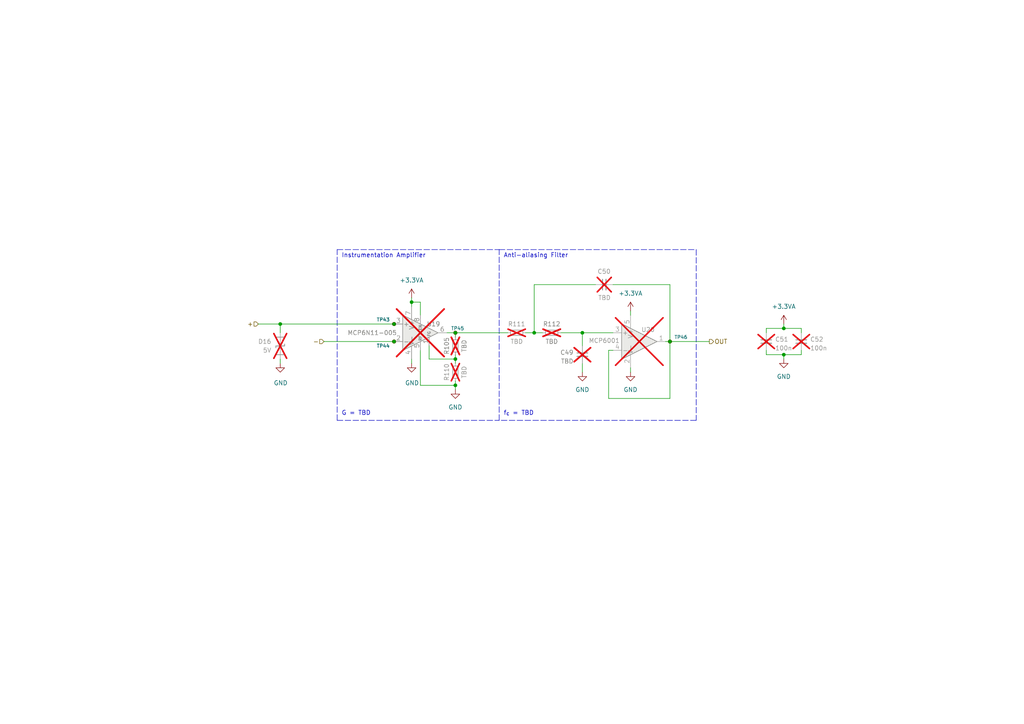
<source format=kicad_sch>
(kicad_sch (version 20230121) (generator eeschema)
  (paper "A4")
  (title_block (title "Analog Input") (date "2023-10-01") (rev "${REVISION}") (company "Author: I. Kajdan") (comment 1 "Reviewer:"))
  (lib_symbols
    (symbol "Amplifier_Operational:MCP6001-OT" (pin_names (offset 0.127))
      (property "Reference" "U" (at -1.27 6.35 0))
      (property "Value" "MCP6001-OT" (at -1.27 3.81 0))
      (symbol "MCP6001-OT_0_1"
        (polyline (pts (xy -5.08 5.08) (xy 5.08 0) (xy -5.08 -5.08) (xy -5.08 5.08)) (stroke (width 0.254)) (fill (type background)))
        (pin power_in line (at -2.54 -7.62 90) (length 3.81) (name "V-") (number "2"))
        (pin power_in line (at -2.54 7.62 270) (length 3.81) (name "V+") (number "5"))
      )
      (symbol "MCP6001-OT_1_1"
        (pin output line (at 7.62 0 180) (length 2.54) (name "~") (number "1"))
        (pin input line (at -7.62 2.54 0) (length 2.54) (name "+") (number "3"))
        (pin input line (at -7.62 -2.54 0) (length 2.54) (name "-") (number "4"))
      )
    )
    (symbol "Connector:TestPoint_Small" (pin_numbers hide) (pin_names (offset 0.762) hide)
      (property "Reference" "TP" (at 0 3.81 0))
      (property "Value" "TestPoint_Small" (at 0 2.032 0))
      (symbol "TestPoint_Small_0_1"
        (circle (center 0 0) (radius 0.508))
      )
      (symbol "TestPoint_Small_1_1"
        (pin passive line (at 0 0 90) (length 0) (name "1") (number "1"))
      )
    )
    (symbol "Device:C_Small" (pin_numbers hide) (pin_names (offset 0.254) hide)
      (property "Reference" "C" (at 0.254 1.778 0))
      (property "Value" "C_Small" (at 0.254 -2.032 0))
      (symbol "C_Small_0_1"
        (polyline (pts (xy -1.524 -0.508) (xy 1.524 -0.508)) (stroke (width 0.3302)))
        (polyline (pts (xy -1.524 0.508) (xy 1.524 0.508)) (stroke (width 0.3048)))
      )
      (symbol "C_Small_1_1"
        (pin passive line (at 0 2.54 270) (length 2.032) (name "~") (number "1"))
        (pin passive line (at 0 -2.54 90) (length 2.032) (name "~") (number "2"))
      )
    )
    (symbol "Device:D_TVS" (pin_numbers hide) (pin_names (offset 1.016) hide)
      (property "Reference" "D" (at 0 2.54 0))
      (property "Value" "D_TVS" (at 0 -2.54 0))
      (symbol "D_TVS_0_1"
        (polyline (pts (xy 1.27 0) (xy -1.27 0)))
        (polyline (pts (xy 0.508 1.27) (xy 0 1.27) (xy 0 -1.27) (xy -0.508 -1.27)) (stroke (width 0.254)))
        (polyline (pts (xy -2.54 1.27) (xy -2.54 -1.27) (xy 2.54 1.27) (xy 2.54 -1.27) (xy -2.54 1.27)) (stroke (width 0.254)))
      )
      (symbol "D_TVS_1_1"
        (pin passive line (at -3.81 0 0) (length 2.54) (name "A1") (number "1"))
        (pin passive line (at 3.81 0 180) (length 2.54) (name "A2") (number "2"))
      )
    )
    (symbol "Device:R_Small" (pin_numbers hide) (pin_names (offset 0.254) hide)
      (property "Reference" "R" (at 0.762 0.508 0))
      (property "Value" "R_Small" (at 0.762 -1.016 0))
      (symbol "R_Small_0_1"
        (rectangle (start -0.762 1.778) (end 0.762 -1.778) (stroke (width 0.2032)))
      )
      (symbol "R_Small_1_1"
        (pin passive line (at 0 2.54 270) (length 0.762) (name "~") (number "1"))
        (pin passive line (at 0 -2.54 90) (length 0.762) (name "~") (number "2"))
      )
    )
    (symbol "MCP6N11:MCP6N11" (pin_names (offset 0.127))
      (property "Reference" "U" (at 3.81 6.35 0))
      (property "Value" "MCP6N11-xE" (at 3.81 3.81 0))
      (symbol "MCP6N11_0_1"
        (polyline (pts (xy -5.08 5.08) (xy 5.08 0) (xy -5.08 -5.08) (xy -5.08 5.08)) (stroke (width 0.254)) (fill (type background)))
      )
      (symbol "MCP6N11_1_1"
        (pin passive line (at 2.54 -3.81 90) (length 2.54) (name "FG") (number "1"))
        (pin input line (at -7.62 -2.54 0) (length 2.54) (name "-") (number "2"))
        (pin input line (at -7.62 2.54 0) (length 2.54) (name "+") (number "3"))
        (pin power_in line (at -2.54 -7.62 90) (length 3.81) (name "V-") (number "4"))
        (pin passive line (at 0 -5.08 90) (length 2.54) (name "RF") (number "5"))
        (pin output line (at 7.62 0 180) (length 2.54) (name "~") (number "6"))
        (pin power_in line (at -2.54 7.62 270) (length 3.81) (name "V+") (number "7"))
        (pin input line (at 0 5.08 270) (length 2.54) (name "EN") (number "8"))
        (pin passive line (at -2.54 -7.62 90) (length 3.81) hide (name "EP") (number "9"))
      )
    )
    (symbol "power:+3.3VA" (power) (pin_names (offset 0))
      (property "Value" "+3.3VA" (at 0 3.556 0))
      (symbol "+3.3VA_0_1"
        (polyline (pts (xy -0.762 1.27) (xy 0 2.54)))
        (polyline (pts (xy 0 0) (xy 0 2.54)))
        (polyline (pts (xy 0 2.54) (xy 0.762 1.27)))
      )
      (symbol "+3.3VA_1_1"
        (pin power_in line (at 0 0 90) (length 0) hide (name "+3.3VA") (number "1"))
      )
    )
    (symbol "power:GND" (power) (pin_names (offset 0))
      (property "Value" "GND" (at 0 -3.81 0))
      (symbol "GND_0_1"
        (polyline (pts (xy 0 0) (xy 0 -1.27) (xy 1.27 -1.27) (xy 0 -2.54) (xy -1.27 -1.27) (xy 0 -1.27)))
      )
      (symbol "GND_1_1"
        (pin power_in line (at 0 0 270) (length 0) hide (name "GND") (number "1"))
      )
    )
  )
  (junction (at 132.08 104.14))
  (junction (at 81.28 93.98))
  (junction (at 114.3 99.06))
  (junction (at 114.3 93.98))
  (junction (at 132.08 111.76))
  (junction (at 194.31 99.06))
  (junction (at 227.33 95.25))
  (junction (at 154.94 96.52))
  (junction (at 119.38 87.63))
  (junction (at 132.08 96.52))
  (junction (at 227.33 102.87))
  (junction (at 168.91 96.52))
  (wire (pts (xy 81.28 96.52) (xy 81.28 93.98)))
  (wire (pts (xy 182.88 107.95) (xy 182.88 106.68)))
  (polyline (pts (xy 144.78 121.92) (xy 144.78 72.39)) (stroke (width 0) (type dash)))
  (wire (pts (xy 119.38 87.63) (xy 119.38 88.9)))
  (wire (pts (xy 194.31 99.06) (xy 205.74 99.06)))
  (wire (pts (xy 124.46 100.33) (xy 124.46 104.14)))
  (wire (pts (xy 176.53 115.57) (xy 194.31 115.57)))
  (wire (pts (xy 232.41 95.25) (xy 227.33 95.25)))
  (wire (pts (xy 194.31 115.57) (xy 194.31 99.06)))
  (wire (pts (xy 168.91 105.41) (xy 168.91 107.95)))
  (wire (pts (xy 154.94 82.55) (xy 154.94 96.52)))
  (wire (pts (xy 182.88 90.17) (xy 182.88 91.44)))
  (wire (pts (xy 227.33 95.25) (xy 227.33 93.98)))
  (wire (pts (xy 227.33 104.14) (xy 227.33 102.87)))
  (wire (pts (xy 132.08 96.52) (xy 147.32 96.52)))
  (wire (pts (xy 132.08 104.14) (xy 132.08 105.41)))
  (wire (pts (xy 222.25 95.25) (xy 227.33 95.25)))
  (wire (pts (xy 93.98 99.06) (xy 114.3 99.06)))
  (wire (pts (xy 81.28 93.98) (xy 114.3 93.98)))
  (wire (pts (xy 132.08 111.76) (xy 132.08 113.03)))
  (wire (pts (xy 222.25 95.25) (xy 222.25 96.52)))
  (wire (pts (xy 232.41 96.52) (xy 232.41 95.25)))
  (wire (pts (xy 119.38 86.36) (xy 119.38 87.63)))
  (wire (pts (xy 121.92 111.76) (xy 132.08 111.76)))
  (wire (pts (xy 129.54 96.52) (xy 132.08 96.52)))
  (wire (pts (xy 222.25 101.6) (xy 222.25 102.87)))
  (wire (pts (xy 152.4 96.52) (xy 154.94 96.52)))
  (polyline (pts (xy 144.78 72.39) (xy 201.93 72.39)) (stroke (width 0) (type dash)))
  (polyline (pts (xy 201.93 121.92) (xy 144.78 121.92)) (stroke (width 0) (type dash)))
  (wire (pts (xy 232.41 101.6) (xy 232.41 102.87)))
  (polyline (pts (xy 97.79 121.92) (xy 144.78 121.92)) (stroke (width 0) (type dash)))
  (wire (pts (xy 162.56 96.52) (xy 168.91 96.52)))
  (wire (pts (xy 168.91 96.52) (xy 177.8 96.52)))
  (wire (pts (xy 124.46 104.14) (xy 132.08 104.14)))
  (wire (pts (xy 232.41 102.87) (xy 227.33 102.87)))
  (wire (pts (xy 74.93 93.98) (xy 81.28 93.98)))
  (wire (pts (xy 121.92 101.6) (xy 121.92 111.76)))
  (wire (pts (xy 177.8 101.6) (xy 176.53 101.6)))
  (wire (pts (xy 81.28 105.41) (xy 81.28 104.14)))
  (wire (pts (xy 119.38 87.63) (xy 121.92 87.63)))
  (wire (pts (xy 177.8 82.55) (xy 194.31 82.55)))
  (wire (pts (xy 154.94 82.55) (xy 172.72 82.55)))
  (polyline (pts (xy 97.79 72.39) (xy 144.78 72.39)) (stroke (width 0) (type dash)))
  (wire (pts (xy 132.08 110.49) (xy 132.08 111.76)))
  (polyline (pts (xy 97.79 121.92) (xy 97.79 72.39)) (stroke (width 0) (type dash)))
  (wire (pts (xy 154.94 96.52) (xy 157.48 96.52)))
  (wire (pts (xy 132.08 102.87) (xy 132.08 104.14)))
  (wire (pts (xy 194.31 99.06) (xy 193.04 99.06)))
  (wire (pts (xy 132.08 96.52) (xy 132.08 97.79)))
  (wire (pts (xy 119.38 105.41) (xy 119.38 104.14)))
  (polyline (pts (xy 201.93 72.39) (xy 201.93 121.92)) (stroke (width 0) (type dash)))
  (wire (pts (xy 194.31 82.55) (xy 194.31 99.06)))
  (wire (pts (xy 121.92 87.63) (xy 121.92 91.44)))
  (wire (pts (xy 176.53 101.6) (xy 176.53 115.57)))
  (wire (pts (xy 168.91 96.52) (xy 168.91 100.33)))
  (wire (pts (xy 222.25 102.87) (xy 227.33 102.87)))
  (text "Anti-aliasing Filter" (at 146.05 74.93 0) (effects (font (size 1.27 1.27)) (justify left bottom)))
  (text "G = TBD" (at 99.06 120.65 0) (effects (font (size 1.27 1.27)) (justify left bottom)))
  (text "f_{c} = TBD" (at 146.05 120.65 0) (effects (font (size 1.27 1.27)) (justify left bottom)))
  (text "Instrumentation Amplifier" (at 99.06 74.93 0) (effects (font (size 1.27 1.27)) (justify left bottom)))
  (hierarchical_label "-" (shape input) (at 93.98 99.06 180))
  (hierarchical_label "OUT" (shape output) (at 205.74 99.06 0))
  (hierarchical_label "+" (shape input) (at 74.93 93.98 180))
  (symbol (lib_id "Device:R_Small") (at 132.08 100.33 180) (unit 1) (in_bom no) (dnp yes)
    (property "Reference" "R105" (at 129.54 100.33 90))
    (property "Value" "TBD" (at 134.62 100.33 90))
    (property "Footprint" "Resistor_SMD:R_0603_1608Metric" (effects hide))
    (instances (project "rearbox" (path "" (reference "R105") (unit 1)) (path "" (reference "R139") (unit 1)) (path "" (reference "R101") (unit 1)) (path "" (reference "R97") (unit 1)) (path "" (reference "R?") (unit 1)) (path "" (reference "R120") (unit 1)) (path "" (reference "R106") (unit 1)) (path "" (reference "R124") (unit 1)) (path "" (reference "R128") (unit 1)) (path "" (reference "R132") (unit 1)) (path "" (reference "R?") (unit 1))) (project "apps" (path "" (reference "R?") (unit 1))))
  )
  (symbol (lib_id "Connector:TestPoint_Small") (at 114.3 93.98 0) (unit 1)
    (property "Reference" "TP43" (at 109.22 92.71 0) (effects (font (size 1 1)) (justify left)))
    (property "Value" "TestPoint_Small" (effects hide))
    (property "Footprint" "TestPoint:TestPoint_Pad_D1.0mm" (effects hide))
    (instances (project "rearbox" (path "" (reference "TP43") (unit 1)) (path "" (reference "TP3") (unit 1)) (path "" (reference "TP1") (unit 1)) (path "" (reference "TP35") (unit 1)) (path "" (reference "TP31") (unit 1)) (path "" (reference "TP47") (unit 1)) (path "" (reference "TP?") (unit 1)) (path "" (reference "TP39") (unit 1)) (path "" (reference "TP51") (unit 1)) (path "" (reference "TP55") (unit 1)) (path "" (reference "TP59") (unit 1)) (path "" (reference "TP63") (unit 1))))
  )
  (symbol (lib_id "power:+3.3VA") (at 119.38 86.36 0) (unit 1)
    (property "Reference" "#PWR0167" (effects hide))
    (property "Value" "+3.3VA" (at 119.38 81.28 0))
    (instances (project "rearbox" (path "" (reference "#PWR0167") (unit 1)) (path "" (reference "#PWR?") (unit 1)) (path "" (reference "#PWR?") (unit 1)) (path "" (reference "#PWR0158") (unit 1)) (path "" (reference "#PWR0149") (unit 1)) (path "" (reference "#PWR0176") (unit 1)) (path "" (reference "#PWR?") (unit 1)) (path "" (reference "#PWR0193") (unit 1)) (path "" (reference "#PWR0202") (unit 1)) (path "" (reference "#PWR0211") (unit 1)) (path "" (reference "#PWR0220") (unit 1)) (path "" (reference "#PWR0231") (unit 1))))
  )
  (symbol (lib_id "Device:C_Small") (at 175.26 82.55 90) (unit 1) (in_bom no) (dnp yes)
    (property "Reference" "C50" (at 177.1713 78.74 90) (effects (justify left)))
    (property "Value" "TBD" (at 177.1713 86.36 90) (effects (justify left)))
    (property "Footprint" "Capacitor_SMD:C_0603_1608Metric" (effects hide))
    (instances (project "rearbox" (path "" (reference "C50") (unit 1)) (path "" (reference "C71") (unit 1)) (path "" (reference "C42") (unit 1)) (path "" (reference "C38") (unit 1)) (path "" (reference "C?") (unit 1)) (path "" (reference "C55") (unit 1)) (path "" (reference "C46") (unit 1)) (path "" (reference "C59") (unit 1)) (path "" (reference "C63") (unit 1)) (path "" (reference "C67") (unit 1)) (path "" (reference "C?") (unit 1))) (project "apps" (path "" (reference "C?") (unit 1))))
  )
  (symbol (lib_id "power:GND") (at 227.33 104.14 0) (unit 1)
    (property "Reference" "#PWR0174" (effects hide))
    (property "Value" "GND" (at 227.33 109.22 0))
    (instances (project "rearbox" (path "" (reference "#PWR0174") (unit 1)) (path "" (reference "#PWR0238") (unit 1)) (path "" (reference "#PWR0165") (unit 1)) (path "" (reference "#PWR0156") (unit 1)) (path "" (reference "#PWR?") (unit 1)) (path "" (reference "#PWR0183") (unit 1)) (path "" (reference "#PWR0200") (unit 1)) (path "" (reference "#PWR0209") (unit 1)) (path "" (reference "#PWR0218") (unit 1)) (path "" (reference "#PWR0227") (unit 1)) (path "" (reference "#PWR?") (unit 1))) (project "apps" (path "" (reference "#PWR?") (unit 1))))
  )
  (symbol (lib_id "Device:C_Small") (at 222.25 99.06 0) (unit 1) (in_bom no) (dnp yes)
    (property "Reference" "C51" (at 224.79 98.4313 0) (effects (justify left)))
    (property "Value" "100n" (at 224.79 100.9713 0) (effects (justify left)))
    (property "Footprint" "Capacitor_SMD:C_0603_1608Metric" (effects hide))
    (instances (project "rearbox" (path "" (reference "C51") (unit 1)) (path "" (reference "C72") (unit 1)) (path "" (reference "C43") (unit 1)) (path "" (reference "C39") (unit 1)) (path "" (reference "C?") (unit 1)) (path "" (reference "C56") (unit 1)) (path "" (reference "C47") (unit 1)) (path "" (reference "C60") (unit 1)) (path "" (reference "C64") (unit 1)) (path "" (reference "C68") (unit 1)) (path "" (reference "C?") (unit 1))) (project "apps" (path "" (reference "C?") (unit 1))))
  )
  (symbol (lib_id "power:+3.3VA") (at 227.33 93.98 0) (unit 1)
    (property "Reference" "#PWR0173" (effects hide))
    (property "Value" "+3.3VA" (at 227.33 88.9 0))
    (instances (project "rearbox" (path "" (reference "#PWR0173") (unit 1)) (path "" (reference "#PWR?") (unit 1)) (path "" (reference "#PWR?") (unit 1)) (path "" (reference "#PWR0164") (unit 1)) (path "" (reference "#PWR0155") (unit 1)) (path "" (reference "#PWR0182") (unit 1)) (path "" (reference "#PWR?") (unit 1)) (path "" (reference "#PWR0199") (unit 1)) (path "" (reference "#PWR0208") (unit 1)) (path "" (reference "#PWR0217") (unit 1)) (path "" (reference "#PWR0226") (unit 1)) (path "" (reference "#PWR0237") (unit 1))))
  )
  (symbol (lib_id "Device:C_Small") (at 232.41 99.06 0) (unit 1) (in_bom no) (dnp yes)
    (property "Reference" "C52" (at 234.95 98.4313 0) (effects (justify left)))
    (property "Value" "100n" (at 234.95 100.9713 0) (effects (justify left)))
    (property "Footprint" "Capacitor_SMD:C_0603_1608Metric" (effects hide))
    (instances (project "rearbox" (path "" (reference "C52") (unit 1)) (path "" (reference "C73") (unit 1)) (path "" (reference "C44") (unit 1)) (path "" (reference "C40") (unit 1)) (path "" (reference "C?") (unit 1)) (path "" (reference "C57") (unit 1)) (path "" (reference "C48") (unit 1)) (path "" (reference "C61") (unit 1)) (path "" (reference "C65") (unit 1)) (path "" (reference "C69") (unit 1)) (path "" (reference "C?") (unit 1))) (project "apps" (path "" (reference "C?") (unit 1))))
  )
  (symbol (lib_id "power:GND") (at 81.28 105.41 0) (unit 1)
    (property "Reference" "#PWR0166" (effects hide))
    (property "Value" "GND" (at 81.407 111.0742 0))
    (instances (project "rearbox" (path "" (reference "#PWR0166") (unit 1)) (path "" (reference "#PWR0230") (unit 1)) (path "" (reference "#PWR0157") (unit 1)) (path "" (reference "#PWR0148") (unit 1)) (path "" (reference "#PWR?") (unit 1)) (path "" (reference "#PWR0175") (unit 1)) (path "" (reference "#PWR0192") (unit 1)) (path "" (reference "#PWR0201") (unit 1)) (path "" (reference "#PWR0210") (unit 1)) (path "" (reference "#PWR0219") (unit 1)) (path "" (reference "#PWR?") (unit 1))) (project "apps" (path "" (reference "#PWR?") (unit 1))))
  )
  (symbol (lib_id "Connector:TestPoint_Small") (at 194.31 99.06 0) (unit 1)
    (property "Reference" "TP46" (at 195.58 97.79 0) (effects (font (size 1 1)) (justify left)))
    (property "Value" "TestPoint_Small" (effects hide))
    (property "Footprint" "TestPoint:TestPoint_Pad_D1.0mm" (effects hide))
    (instances (project "rearbox" (path "" (reference "TP46") (unit 1)) (path "" (reference "TP3") (unit 1)) (path "" (reference "TP1") (unit 1)) (path "" (reference "TP38") (unit 1)) (path "" (reference "TP34") (unit 1)) (path "" (reference "TP50") (unit 1)) (path "" (reference "TP?") (unit 1)) (path "" (reference "TP42") (unit 1)) (path "" (reference "TP54") (unit 1)) (path "" (reference "TP58") (unit 1)) (path "" (reference "TP62") (unit 1)) (path "" (reference "TP66") (unit 1))))
  )
  (symbol (lib_id "power:+3.3VA") (at 182.88 90.17 0) (unit 1)
    (property "Reference" "#PWR0171" (effects hide))
    (property "Value" "+3.3VA" (at 182.88 85.09 0))
    (instances (project "rearbox" (path "" (reference "#PWR0171") (unit 1)) (path "" (reference "#PWR?") (unit 1)) (path "" (reference "#PWR?") (unit 1)) (path "" (reference "#PWR0162") (unit 1)) (path "" (reference "#PWR0153") (unit 1)) (path "" (reference "#PWR0180") (unit 1)) (path "" (reference "#PWR?") (unit 1)) (path "" (reference "#PWR0197") (unit 1)) (path "" (reference "#PWR0206") (unit 1)) (path "" (reference "#PWR0215") (unit 1)) (path "" (reference "#PWR0224") (unit 1)) (path "" (reference "#PWR0235") (unit 1))))
  )
  (symbol (lib_id "power:GND") (at 168.91 107.95 0) (unit 1)
    (property "Reference" "#PWR0170" (effects hide))
    (property "Value" "GND" (at 168.91 113.03 0))
    (instances (project "rearbox" (path "" (reference "#PWR0170") (unit 1)) (path "" (reference "#PWR0234") (unit 1)) (path "" (reference "#PWR0161") (unit 1)) (path "" (reference "#PWR0152") (unit 1)) (path "" (reference "#PWR?") (unit 1)) (path "" (reference "#PWR0179") (unit 1)) (path "" (reference "#PWR0196") (unit 1)) (path "" (reference "#PWR0205") (unit 1)) (path "" (reference "#PWR0214") (unit 1)) (path "" (reference "#PWR0223") (unit 1)) (path "" (reference "#PWR?") (unit 1))) (project "apps" (path "" (reference "#PWR?") (unit 1))))
  )
  (symbol (lib_id "Device:C_Small") (at 168.91 102.87 0) (mirror y) (unit 1) (in_bom no) (dnp yes)
    (property "Reference" "C49" (at 166.37 102.2413 0) (effects (justify left)))
    (property "Value" "TBD" (at 166.37 104.7813 0) (effects (justify left)))
    (property "Footprint" "Capacitor_SMD:C_0603_1608Metric" (effects hide))
    (instances (project "rearbox" (path "" (reference "C49") (unit 1)) (path "" (reference "C70") (unit 1)) (path "" (reference "C41") (unit 1)) (path "" (reference "C37") (unit 1)) (path "" (reference "C?") (unit 1)) (path "" (reference "C54") (unit 1)) (path "" (reference "C45") (unit 1)) (path "" (reference "C58") (unit 1)) (path "" (reference "C62") (unit 1)) (path "" (reference "C66") (unit 1)) (path "" (reference "C?") (unit 1))) (project "apps" (path "" (reference "C?") (unit 1))))
  )
  (symbol (lib_id "MCP6N11:MCP6N11") (at 121.92 96.52 0) (unit 1) (in_bom no) (dnp yes)
    (property "Reference" "U19" (at 125.73 93.98 0))
    (property "Value" "MCP6N11-005" (at 107.95 96.52 0))
    (property "Footprint" "Package_DFN_QFN:TDFN-8-1EP_3x2mm_P0.5mm_EP1.80x1.65mm" (effects hide))
    (property "Datasheet" "https://ww1.microchip.com/downloads/en/DeviceDoc/25073A.pdf" (effects hide))
    (instances (project "rearbox" (path "" (reference "U19") (unit 1)) (path "" (reference "U29") (unit 1)) (path "" (reference "U15") (unit 1)) (path "" (reference "U13") (unit 1)) (path "" (reference "U?") (unit 1)) (path "" (reference "U21") (unit 1)) (path "" (reference "U17") (unit 1)) (path "" (reference "U23") (unit 1)) (path "" (reference "U25") (unit 1)) (path "" (reference "U27") (unit 1)) (path "" (reference "U?") (unit 1))) (project "apps" (path "" (reference "U?") (unit 1))))
  )
  (symbol (lib_id "power:GND") (at 182.88 107.95 0) (unit 1)
    (property "Reference" "#PWR0172" (effects hide))
    (property "Value" "GND" (at 182.88 113.03 0))
    (instances (project "rearbox" (path "" (reference "#PWR0172") (unit 1)) (path "" (reference "#PWR0236") (unit 1)) (path "" (reference "#PWR0163") (unit 1)) (path "" (reference "#PWR0154") (unit 1)) (path "" (reference "#PWR?") (unit 1)) (path "" (reference "#PWR0181") (unit 1)) (path "" (reference "#PWR0198") (unit 1)) (path "" (reference "#PWR0207") (unit 1)) (path "" (reference "#PWR0216") (unit 1)) (path "" (reference "#PWR0225") (unit 1)) (path "" (reference "#PWR?") (unit 1))) (project "apps" (path "" (reference "#PWR?") (unit 1))))
  )
  (symbol (lib_id "Device:R_Small") (at 149.86 96.52 90) (unit 1) (in_bom no) (dnp yes)
    (property "Reference" "R111" (at 149.86 93.98 90))
    (property "Value" "TBD" (at 149.86 99.06 90))
    (property "Footprint" "Resistor_SMD:R_0603_1608Metric" (effects hide))
    (instances (project "rearbox" (path "" (reference "R111") (unit 1)) (path "" (reference "R141") (unit 1)) (path "" (reference "R103") (unit 1)) (path "" (reference "R99") (unit 1)) (path "" (reference "R?") (unit 1)) (path "" (reference "R122") (unit 1)) (path "" (reference "R108") (unit 1)) (path "" (reference "R126") (unit 1)) (path "" (reference "R130") (unit 1)) (path "" (reference "R134") (unit 1)) (path "" (reference "R?") (unit 1))) (project "apps" (path "" (reference "R?") (unit 1))))
  )
  (symbol (lib_id "power:GND") (at 119.38 105.41 0) (unit 1)
    (property "Reference" "#PWR0168" (effects hide))
    (property "Value" "GND" (at 119.507 111.0742 0))
    (instances (project "rearbox" (path "" (reference "#PWR0168") (unit 1)) (path "" (reference "#PWR0232") (unit 1)) (path "" (reference "#PWR0159") (unit 1)) (path "" (reference "#PWR0150") (unit 1)) (path "" (reference "#PWR?") (unit 1)) (path "" (reference "#PWR0177") (unit 1)) (path "" (reference "#PWR0194") (unit 1)) (path "" (reference "#PWR0203") (unit 1)) (path "" (reference "#PWR0212") (unit 1)) (path "" (reference "#PWR0221") (unit 1)) (path "" (reference "#PWR?") (unit 1))) (project "apps" (path "" (reference "#PWR?") (unit 1))))
  )
  (symbol (lib_id "Amplifier_Operational:MCP6001-OT") (at 185.42 99.06 0) (unit 1) (in_bom no) (dnp yes)
    (property "Reference" "U20" (at 187.96 95.6311 0))
    (property "Value" "MCP6001" (at 175.26 98.79 0))
    (property "Footprint" "Package_TO_SOT_SMD:SOT-23-5" (effects hide))
    (property "Datasheet" "https://ww1.microchip.com/downloads/en/DeviceDoc/MCP6001-1R-1U-2-4-1-MHz-Low-Power-Op-Amp-DS20001733L.pdf" (effects hide))
    (instances (project "rearbox" (path "" (reference "U20") (unit 1)) (path "" (reference "U30") (unit 1)) (path "" (reference "U16") (unit 1)) (path "" (reference "U14") (unit 1)) (path "" (reference "U?") (unit 1)) (path "" (reference "U22") (unit 1)) (path "" (reference "U18") (unit 1)) (path "" (reference "U24") (unit 1)) (path "" (reference "U26") (unit 1)) (path "" (reference "U28") (unit 1)) (path "" (reference "U?") (unit 1))) (project "apps" (path "" (reference "U?") (unit 1))))
  )
  (symbol (lib_id "power:GND") (at 132.08 113.03 0) (unit 1)
    (property "Reference" "#PWR0169" (effects hide))
    (property "Value" "GND" (at 132.08 118.11 0))
    (instances (project "rearbox" (path "" (reference "#PWR0169") (unit 1)) (path "" (reference "#PWR0233") (unit 1)) (path "" (reference "#PWR0160") (unit 1)) (path "" (reference "#PWR0151") (unit 1)) (path "" (reference "#PWR?") (unit 1)) (path "" (reference "#PWR0178") (unit 1)) (path "" (reference "#PWR0195") (unit 1)) (path "" (reference "#PWR0204") (unit 1)) (path "" (reference "#PWR0213") (unit 1)) (path "" (reference "#PWR0222") (unit 1)) (path "" (reference "#PWR?") (unit 1))) (project "apps" (path "" (reference "#PWR?") (unit 1))))
  )
  (symbol (lib_id "Device:R_Small") (at 132.08 107.95 180) (unit 1) (in_bom no) (dnp yes)
    (property "Reference" "R110" (at 129.54 107.95 90))
    (property "Value" "TBD" (at 134.62 107.95 90))
    (property "Footprint" "Resistor_SMD:R_0603_1608Metric" (effects hide))
    (instances (project "rearbox" (path "" (reference "R110") (unit 1)) (path "" (reference "R140") (unit 1)) (path "" (reference "R102") (unit 1)) (path "" (reference "R98") (unit 1)) (path "" (reference "R?") (unit 1)) (path "" (reference "R121") (unit 1)) (path "" (reference "R107") (unit 1)) (path "" (reference "R125") (unit 1)) (path "" (reference "R129") (unit 1)) (path "" (reference "R133") (unit 1)) (path "" (reference "R?") (unit 1))) (project "apps" (path "" (reference "R?") (unit 1))))
  )
  (symbol (lib_id "Device:R_Small") (at 160.02 96.52 90) (unit 1) (in_bom no) (dnp yes)
    (property "Reference" "R112" (at 160.02 93.98 90))
    (property "Value" "TBD" (at 160.02 99.06 90))
    (property "Footprint" "Resistor_SMD:R_0603_1608Metric" (effects hide))
    (instances (project "rearbox" (path "" (reference "R112") (unit 1)) (path "" (reference "R142") (unit 1)) (path "" (reference "R104") (unit 1)) (path "" (reference "R100") (unit 1)) (path "" (reference "R?") (unit 1)) (path "" (reference "R123") (unit 1)) (path "" (reference "R109") (unit 1)) (path "" (reference "R127") (unit 1)) (path "" (reference "R131") (unit 1)) (path "" (reference "R135") (unit 1)) (path "" (reference "R?") (unit 1))) (project "apps" (path "" (reference "R?") (unit 1))))
  )
  (symbol (lib_id "Connector:TestPoint_Small") (at 114.3 99.06 0) (mirror x) (unit 1)
    (property "Reference" "TP44" (at 109.22 100.33 0) (effects (font (size 1 1)) (justify left)))
    (property "Value" "TestPoint_Small" (effects hide))
    (property "Footprint" "TestPoint:TestPoint_Pad_D1.0mm" (effects hide))
    (instances (project "rearbox" (path "" (reference "TP44") (unit 1)) (path "" (reference "TP3") (unit 1)) (path "" (reference "TP1") (unit 1)) (path "" (reference "TP36") (unit 1)) (path "" (reference "TP32") (unit 1)) (path "" (reference "TP48") (unit 1)) (path "" (reference "TP?") (unit 1)) (path "" (reference "TP40") (unit 1)) (path "" (reference "TP52") (unit 1)) (path "" (reference "TP56") (unit 1)) (path "" (reference "TP60") (unit 1)) (path "" (reference "TP64") (unit 1))))
  )
  (symbol (lib_id "Device:D_TVS") (at 81.28 100.33 270) (mirror x) (unit 1) (in_bom no) (dnp yes)
    (property "Reference" "D16" (at 78.74 99.06 90) (effects (justify right)))
    (property "Value" "5V" (at 78.74 101.6 90) (effects (justify right)))
    (property "Footprint" "Diode_SMD:D_SOD-523" (effects hide))
    (property "Datasheet" "https://www.mouser.pl/datasheet/2/916/PESD5V0V1BB_Q-3081435.pdf" (effects hide))
    (property "Component" "PESD5V0V1BB-QX" (effects hide))
    (instances (project "rearbox" (path "" (reference "D16") (unit 1)) (path "" (reference "D15") (unit 1)) (path "" (reference "D18") (unit 1)) (path "" (reference "D19") (unit 1)) (path "" (reference "D17") (unit 1)) (path "" (reference "D20") (unit 1)) (path "" (reference "D21") (unit 1)) (path "" (reference "D22") (unit 1)) (path "" (reference "D23") (unit 1))))
  )
  (symbol (lib_id "Connector:TestPoint_Small") (at 132.08 96.52 0) (unit 1)
    (property "Reference" "TP45" (at 130.81 95.25 0) (effects (font (size 1 1)) (justify left)))
    (property "Value" "TestPoint_Small" (effects hide))
    (property "Footprint" "TestPoint:TestPoint_Pad_D1.0mm" (effects hide))
    (instances (project "rearbox" (path "" (reference "TP45") (unit 1)) (path "" (reference "TP3") (unit 1)) (path "" (reference "TP1") (unit 1)) (path "" (reference "TP37") (unit 1)) (path "" (reference "TP33") (unit 1)) (path "" (reference "TP49") (unit 1)) (path "" (reference "TP?") (unit 1)) (path "" (reference "TP41") (unit 1)) (path "" (reference "TP53") (unit 1)) (path "" (reference "TP57") (unit 1)) (path "" (reference "TP61") (unit 1)) (path "" (reference "TP65") (unit 1))))
  )
)
</source>
